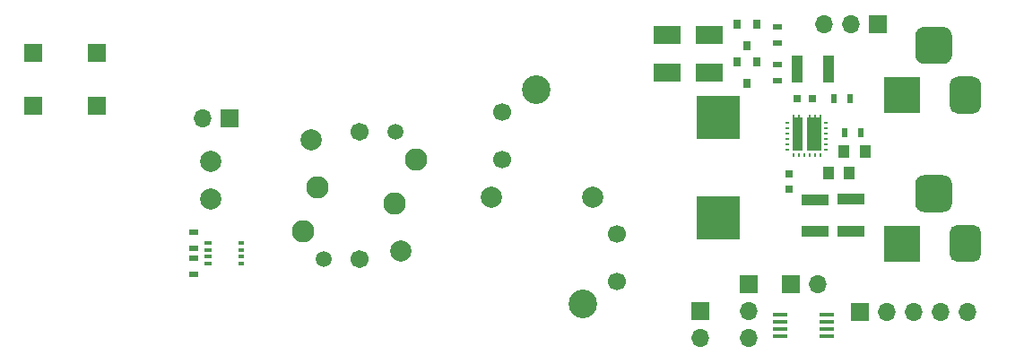
<source format=gts>
%TF.GenerationSoftware,KiCad,Pcbnew,(5.1.6-0-10_14)*%
%TF.CreationDate,2021-10-08T19:33:03+09:00*%
%TF.ProjectId,peltier+relay,70656c74-6965-4722-9b72-656c61792e6b,rev?*%
%TF.SameCoordinates,Original*%
%TF.FileFunction,Soldermask,Top*%
%TF.FilePolarity,Negative*%
%FSLAX46Y46*%
G04 Gerber Fmt 4.6, Leading zero omitted, Abs format (unit mm)*
G04 Created by KiCad (PCBNEW (5.1.6-0-10_14)) date 2021-10-08 19:33:03*
%MOMM*%
%LPD*%
G01*
G04 APERTURE LIST*
%ADD10C,0.100000*%
%ADD11R,2.500000X1.800000*%
%ADD12C,2.000000*%
%ADD13O,1.700000X1.700000*%
%ADD14R,1.700000X1.700000*%
%ADD15R,3.500000X3.500000*%
%ADD16C,2.700000*%
%ADD17C,1.700000*%
%ADD18C,2.108200*%
%ADD19C,2.006600*%
%ADD20C,1.701800*%
%ADD21C,1.498600*%
%ADD22R,4.100000X4.100000*%
%ADD23R,0.700000X0.420000*%
%ADD24R,0.540000X0.420000*%
%ADD25R,0.800000X0.900000*%
%ADD26R,0.450000X0.250000*%
%ADD27R,0.250000X0.450000*%
%ADD28R,1.450000X0.450000*%
%ADD29R,1.450000X0.400000*%
%ADD30R,1.000000X1.250000*%
%ADD31R,0.750000X0.800000*%
%ADD32R,0.800000X0.750000*%
%ADD33R,1.000000X2.500000*%
%ADD34R,2.500000X1.000000*%
%ADD35R,0.900000X0.500000*%
%ADD36R,0.500000X0.900000*%
G04 APERTURE END LIST*
D10*
%TO.C,U1*%
G36*
X159700000Y-92140000D02*
G01*
X160650000Y-92140000D01*
X160650000Y-95240000D01*
X159700000Y-95240000D01*
X159700000Y-92140000D01*
G37*
G36*
X161030000Y-92140000D02*
G01*
X162370000Y-92140000D01*
X162370000Y-95240000D01*
X161030000Y-95240000D01*
X161030000Y-92140000D01*
G37*
%TD*%
D11*
%TO.C,D1*%
X151860000Y-87890000D03*
X147860000Y-87890000D03*
%TD*%
%TO.C,D2*%
X151860000Y-84290000D03*
X147860000Y-84290000D03*
%TD*%
D12*
%TO.C,PEL1*%
X104750000Y-99770000D03*
X104750000Y-96270000D03*
%TD*%
D13*
%TO.C,J1*%
X162050000Y-107810000D03*
D14*
X159510000Y-107810000D03*
%TD*%
D13*
%TO.C,J2*%
X155560000Y-112890000D03*
X155560000Y-110350000D03*
D14*
X155560000Y-107810000D03*
%TD*%
D15*
%TO.C,J6*%
X170000000Y-104000000D03*
G36*
G01*
X177500000Y-103000000D02*
X177500000Y-105000000D01*
G75*
G02*
X176750000Y-105750000I-750000J0D01*
G01*
X175250000Y-105750000D01*
G75*
G02*
X174500000Y-105000000I0J750000D01*
G01*
X174500000Y-103000000D01*
G75*
G02*
X175250000Y-102250000I750000J0D01*
G01*
X176750000Y-102250000D01*
G75*
G02*
X177500000Y-103000000I0J-750000D01*
G01*
G37*
G36*
G01*
X174750000Y-98425000D02*
X174750000Y-100175000D01*
G75*
G02*
X173875000Y-101050000I-875000J0D01*
G01*
X172125000Y-101050000D01*
G75*
G02*
X171250000Y-100175000I0J875000D01*
G01*
X171250000Y-98425000D01*
G75*
G02*
X172125000Y-97550000I875000J0D01*
G01*
X173875000Y-97550000D01*
G75*
G02*
X174750000Y-98425000I0J-875000D01*
G01*
G37*
%TD*%
%TO.C,J7*%
G36*
G01*
X174750000Y-84425000D02*
X174750000Y-86175000D01*
G75*
G02*
X173875000Y-87050000I-875000J0D01*
G01*
X172125000Y-87050000D01*
G75*
G02*
X171250000Y-86175000I0J875000D01*
G01*
X171250000Y-84425000D01*
G75*
G02*
X172125000Y-83550000I875000J0D01*
G01*
X173875000Y-83550000D01*
G75*
G02*
X174750000Y-84425000I0J-875000D01*
G01*
G37*
G36*
G01*
X177500000Y-89000000D02*
X177500000Y-91000000D01*
G75*
G02*
X176750000Y-91750000I-750000J0D01*
G01*
X175250000Y-91750000D01*
G75*
G02*
X174500000Y-91000000I0J750000D01*
G01*
X174500000Y-89000000D01*
G75*
G02*
X175250000Y-88250000I750000J0D01*
G01*
X176750000Y-88250000D01*
G75*
G02*
X177500000Y-89000000I0J-750000D01*
G01*
G37*
X170000000Y-90000000D03*
%TD*%
D16*
%TO.C,K1*%
X139880000Y-109710000D03*
D17*
X143130000Y-107610000D03*
X143130000Y-103110000D03*
D12*
X140780000Y-99610000D03*
D16*
X135480000Y-89510000D03*
D17*
X132230000Y-91610000D03*
X132230000Y-96110000D03*
D12*
X131280000Y-99610000D03*
%TD*%
D18*
%TO.C,K2*%
X114830000Y-98720000D03*
D19*
X114230000Y-94220000D03*
D20*
X118780000Y-93420000D03*
D21*
X122180000Y-93420000D03*
D18*
X124130000Y-96070000D03*
X122130000Y-100220000D03*
D19*
X122730000Y-104720000D03*
D20*
X118780000Y-105520000D03*
D21*
X115380000Y-105520000D03*
D18*
X113430000Y-102870000D03*
%TD*%
D22*
%TO.C,L1*%
X152670000Y-92070000D03*
X152670000Y-101570000D03*
%TD*%
D23*
%TO.C,Q1*%
X104520000Y-103945000D03*
X104520000Y-104595000D03*
X104520000Y-105245000D03*
X104520000Y-105895000D03*
D24*
X107600000Y-105895000D03*
X107600000Y-105245000D03*
X107600000Y-104595000D03*
X107600000Y-103945000D03*
%TD*%
D25*
%TO.C,Q2*%
X156320000Y-86890000D03*
X154420000Y-86890000D03*
X155370000Y-88890000D03*
%TD*%
%TO.C,Q4*%
X155370000Y-85290000D03*
X154420000Y-83290000D03*
X156320000Y-83290000D03*
%TD*%
D26*
%TO.C,U1*%
X162860000Y-95110000D03*
X162860000Y-94610000D03*
X162860000Y-94110000D03*
X162860000Y-93610000D03*
X162860000Y-93110000D03*
X162860000Y-92610000D03*
D27*
X162290000Y-92040000D03*
X161790000Y-92040000D03*
X161290000Y-92040000D03*
X160290000Y-92040000D03*
X159790000Y-92040000D03*
D26*
X159220000Y-92610000D03*
X159220000Y-93110000D03*
X159220000Y-93610000D03*
X159220000Y-94110000D03*
X159220000Y-94610000D03*
X159220000Y-95110000D03*
D27*
X159790000Y-95680000D03*
X160290000Y-95680000D03*
X160790000Y-95680000D03*
X161290000Y-95680000D03*
X161790000Y-95680000D03*
X162290000Y-95680000D03*
%TD*%
D28*
%TO.C,U2*%
X158540000Y-112740000D03*
D29*
X158540000Y-112065000D03*
X158540000Y-111415000D03*
D28*
X158540000Y-110740000D03*
X162940000Y-110740000D03*
D29*
X162940000Y-111415000D03*
X162940000Y-112065000D03*
D28*
X162940000Y-112740000D03*
%TD*%
D13*
%TO.C,J4*%
X151000000Y-112890000D03*
D14*
X151000000Y-110350000D03*
%TD*%
D13*
%TO.C,J8*%
X162690010Y-83330008D03*
X165230010Y-83330008D03*
D14*
X167770010Y-83330008D03*
%TD*%
%TO.C,J9*%
X88000000Y-91000000D03*
%TD*%
%TO.C,J10*%
X94000000Y-86000000D03*
%TD*%
%TO.C,J11*%
X88000000Y-86000000D03*
%TD*%
%TO.C,J12*%
X94000000Y-91000000D03*
%TD*%
D13*
%TO.C,J5*%
X176160000Y-110500000D03*
X173620000Y-110500000D03*
X171080000Y-110500000D03*
X168540000Y-110500000D03*
D14*
X166000000Y-110500000D03*
%TD*%
D30*
%TO.C,C1*%
X165040000Y-97360000D03*
X163040000Y-97360000D03*
%TD*%
%TO.C,C2*%
X164540000Y-95360000D03*
X166540000Y-95360000D03*
%TD*%
D31*
%TO.C,C3*%
X159390000Y-98910000D03*
X159390000Y-97410000D03*
%TD*%
D32*
%TO.C,C4*%
X160090000Y-90360000D03*
X161590000Y-90360000D03*
%TD*%
D33*
%TO.C,C5*%
X160090000Y-87510000D03*
X163090000Y-87510000D03*
%TD*%
D34*
%TO.C,C6*%
X161790000Y-102860000D03*
X161790000Y-99860000D03*
%TD*%
%TO.C,C8*%
X165165001Y-99844999D03*
X165165001Y-102844999D03*
%TD*%
D35*
%TO.C,R1*%
X103130000Y-106890000D03*
X103130000Y-105390000D03*
%TD*%
D36*
%TO.C,R2*%
X165090000Y-90310000D03*
X163590000Y-90310000D03*
%TD*%
%TO.C,R3*%
X164590000Y-93510000D03*
X166090000Y-93510000D03*
%TD*%
D35*
%TO.C,R6*%
X158240000Y-88640000D03*
X158240000Y-87140000D03*
%TD*%
%TO.C,R7*%
X103130000Y-104440000D03*
X103130000Y-102940000D03*
%TD*%
%TO.C,R8*%
X158240000Y-85040000D03*
X158240000Y-83540000D03*
%TD*%
D13*
%TO.C,J3*%
X103940000Y-92160000D03*
D14*
X106480000Y-92160000D03*
%TD*%
M02*

</source>
